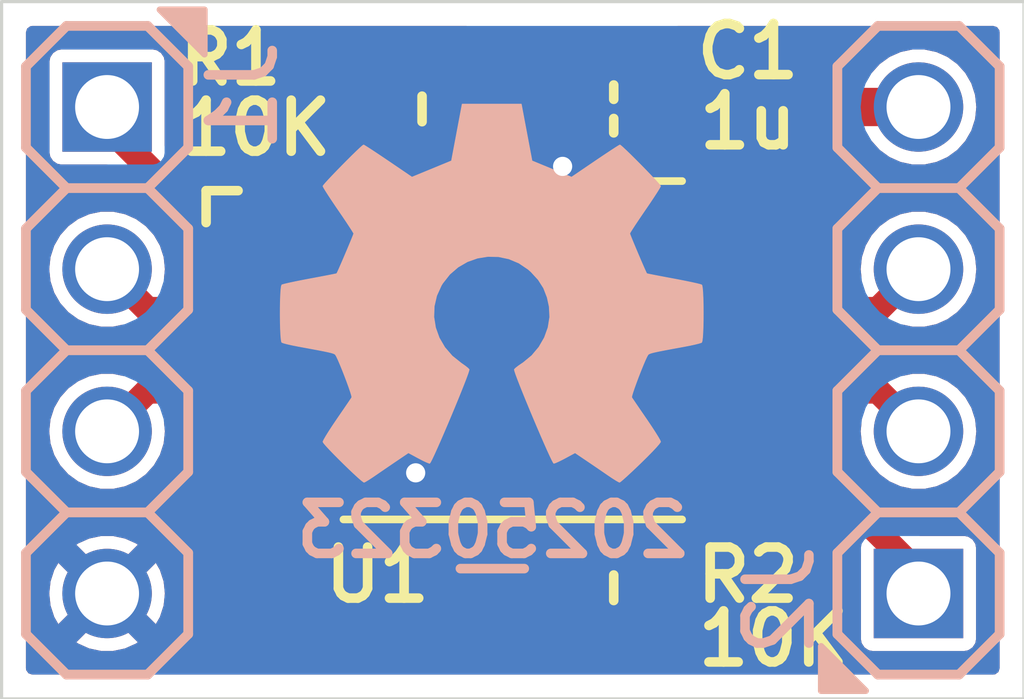
<source format=kicad_pcb>
(kicad_pcb (version 20240108) (generator "pcbnew") (generator_version "8.0")
  (layers (0 "F.Cu" mixed) (31 "B.Cu" mixed) (34 "B.Paste" user) (35 "F.Paste" user) (36 "B.SilkS" user "B.Silkscreen") (37 "F.SilkS" user "F.Silkscreen") (38 "B.Mask" user) (39 "F.Mask" user) (44 "Edge.Cuts" user))
  (net 0 "")
  (net 1 "VCC")
  (net 2 "GND")
  (net 3 "Net-(J1-Pin_1)")
  (net 4 "Net-(J1-Pin_2)")
  (net 5 "Net-(J1-Pin_3)")
  (net 6 "Net-(J2-Pin_3)")
  (net 7 "Net-(J2-Pin_1)")
  (net 8 "Net-(J2-Pin_2)")
  (footprint "SquantorCapacitor:C_0603" (layer "F.Cu") (at 136.2 52.1)
    (property "Reference" "C1" (at 2.1 -0.9 0) (layer "F.SilkS") (effects (font (size 0.8 0.8))))
    (property "Value" "1u" (at 2.1 0.2 0) (layer "F.SilkS") (effects (font (size 0.8 0.8))))
    (fp_line (start 0 -0.15) (end 0 -0.375) (stroke (width 0.15)) (layer "F.SilkS"))
    (fp_line (start 0 0.375) (end 0 0.15) (stroke (width 0.15)) (layer "F.SilkS"))
    (pad "1" smd roundrect (at -0.75 0) (size 0.8 0.9) (layers "F.Cu" "F.Paste" "F.Mask") (roundrect_rratio 0.125) (net 2 "GND"))
    (pad "2" smd roundrect (at 0.75 0) (size 0.8 0.9) (layers "F.Cu" "F.Paste" "F.Mask") (roundrect_rratio 0.125) (net 1 "VCC"))
  )
  (footprint "SquantorIC:SOIC-8_dual_wide" (layer "F.Cu") (at 134.62 55.88)
    (property "Reference" "U1" (at -2.12 3.52 0) (layer "F.SilkS") (effects (font (size 0.8 0.8))))
    (property "Value" "25X_8pin_QSPI_flash")
    (fp_line (start -4.8 -2.5) (end -4.8 -2) (stroke (width 0.15)) (layer "F.SilkS"))
    (fp_line (start -4.8 -2.5) (end -4.3 -2.5) (stroke (width 0.15)) (layer "F.SilkS"))
    (fp_line (start -2.65 -2.65) (end 2.65 -2.65) (stroke (width 0.12)) (layer "F.SilkS"))
    (fp_line (start 2.65 2.65) (end -2.65 2.65) (stroke (width 0.12)) (layer "F.SilkS"))
    (pad "1" smd roundrect (at -3.25 -1.905) (size 2.5 0.6) (layers "F.Cu" "F.Paste" "F.Mask") (roundrect_rratio 0.2) (net 3 "Net-(J1-Pin_1)"))
    (pad "2" smd roundrect (at -3.25 -0.635) (size 2.5 0.6) (layers "F.Cu" "F.Paste" "F.Mask") (roundrect_rratio 0.2) (net 4 "Net-(J1-Pin_2)"))
    (pad "3" smd roundrect (at -3.25 0.635) (size 2.5 0.6) (layers "F.Cu" "F.Paste" "F.Mask") (roundrect_rratio 0.2) (net 5 "Net-(J1-Pin_3)"))
    (pad "4" smd roundrect (at -3.25 1.905) (size 2.5 0.6) (layers "F.Cu" "F.Paste" "F.Mask") (roundrect_rratio 0.2) (net 2 "GND"))
    (pad "5" smd roundrect (at 3.25 1.905) (size 2.5 0.6) (layers "F.Cu" "F.Paste" "F.Mask") (roundrect_rratio 0.2) (net 7 "Net-(J2-Pin_1)"))
    (pad "6" smd roundrect (at 3.25 0.635) (size 2.5 0.6) (layers "F.Cu" "F.Paste" "F.Mask") (roundrect_rratio 0.2) (net 8 "Net-(J2-Pin_2)"))
    (pad "7" smd roundrect (at 3.25 -0.635) (size 2.5 0.6) (layers "F.Cu" "F.Paste" "F.Mask") (roundrect_rratio 0.2) (net 6 "Net-(J2-Pin_3)"))
    (pad "8" smd roundrect (at 3.25 -1.905) (size 2.5 0.6) (layers "F.Cu" "F.Paste" "F.Mask") (roundrect_rratio 0.2) (net 1 "VCC"))
  )
  (footprint "SquantorResistor:R_0603_hand" (layer "F.Cu") (at 133.2 52.1)
    (property "Reference" "R1" (at -3 -0.8 0) (layer "F.SilkS") (effects (font (size 0.8 0.8))))
    (property "Value" "10K" (at -2.6 0.3 0) (layer "F.SilkS") (effects (font (size 0.8 0.8))))
    (fp_line (start 0 -0.2) (end 0 0.2) (stroke (width 0.15)) (layer "F.SilkS"))
    (pad "1" smd roundrect (at -0.85 0) (size 0.7 0.9) (layers "F.Cu" "F.Paste" "F.Mask") (roundrect_rratio 0.1428571429) (net 3 "Net-(J1-Pin_1)"))
    (pad "2" smd roundrect (at 0.85 0) (size 0.7 0.9) (layers "F.Cu" "F.Paste" "F.Mask") (roundrect_rratio 0.1428571429) (net 1 "VCC"))
  )
  (footprint "SquantorResistor:R_0603_hand" (layer "F.Cu") (at 136.2 59.6)
    (property "Reference" "R2" (at 2.1 -0.2 0) (layer "F.SilkS") (effects (font (size 0.8 0.8))))
    (property "Value" "10K" (at 2.5 0.8 0) (layer "F.SilkS") (effects (font (size 0.8 0.8))))
    (fp_line (start 0 -0.2) (end 0 0.2) (stroke (width 0.15)) (layer "F.SilkS"))
    (pad "1" smd roundrect (at -0.85 0) (size 0.7 0.9) (layers "F.Cu" "F.Paste" "F.Mask") (roundrect_rratio 0.1428571429) (net 2 "GND"))
    (pad "2" smd roundrect (at 0.85 0) (size 0.7 0.9) (layers "F.Cu" "F.Paste" "F.Mask") (roundrect_rratio 0.1428571429) (net 8 "Net-(J2-Pin_2)"))
  )
  (footprint "SquantorLabels:Label_Generic" (layer "B.Cu") (at 134.3 58.7 180)
    (property "Reference" "N1" (hide yes))
    (property "Value" "20250323" (at 0 0 0) (layer "B.SilkS") (effects (font (size 0.8 0.8)) (justify mirror)))
    (fp_line (start 0.5 -0.6) (end -0.5 -0.6) (stroke (width 0.15)) (layer "B.SilkS"))
  )
  (footprint "Symbol:OSHW-Symbol_6.7x6mm_SilkScreen" (layer "B.Cu") (at 134.3 55 180)
    (property "Reference" "N2" (hide yes))
    (property "Value" "OHWLOGO" (hide yes))
    (fp_poly (pts (xy 0.555814 2.531069) (xy 0.639635 2.086445) (xy 0.94892 1.958947) (xy 1.258206 1.831449) (xy 1.629246 2.083754) (xy 1.733157 2.154004) (xy 1.827087 2.216728) (xy 1.906652 2.269062) (xy 1.96747 2.308143) (xy 2.005157 2.331107) (xy 2.015421 2.336058) (xy 2.03391 2.323324) (xy 2.07342 2.288118) (xy 2.129522 2.234938) (xy 2.197787 2.168282) (xy 2.273786 2.092646) (xy 2.353092 2.012528) (xy 2.431275 1.932426) (xy 2.503907 1.856836) (xy 2.566559 1.790255) (xy 2.614803 1.737182) (xy 2.64421 1.702113) (xy 2.651241 1.690377) (xy 2.641123 1.66874) (xy 2.612759 1.621338) (xy 2.569129 1.552807) (xy 2.513218 1.467785) (xy 2.448006 1.370907) (xy 2.410219 1.31565) (xy 2.341343 1.214752) (xy 2.28014 1.123701) (xy 2.229578 1.04703) (xy 2.192628 0.989272) (xy 2.172258 0.954957) (xy 2.169197 0.947746) (xy 2.176136 0.927252) (xy 2.195051 0.879487) (xy 2.223087 0.811168) (xy 2.257391 0.729011) (xy 2.295109 0.63973) (xy 2.333387 0.550042) (xy 2.36937 0.466662) (xy 2.400206 0.396306) (xy 2.423039 0.34569) (xy 2.435017 0.321529) (xy 2.435724 0.320578) (xy 2.454531 0.315964) (xy 2.504618 0.305672) (xy 2.580793 0.290713) (xy 2.677865 0.272099) (xy 2.790643 0.250841) (xy 2.856442 0.238582) (xy 2.97695 0.215638) (xy 3.085797 0.193805) (xy 3.177476 0.174278) (xy 3.246481 0.158252) (xy 3.287304 0.146921) (xy 3.295511 0.143326) (xy 3.303548 0.118994) (xy 3.310033 0.064041) (xy 3.31497 -0.015108) (xy 3.318364 -0.112026) (xy 3.320218 -0.220287) (xy 3.320538 -0.333465) (xy 3.319327 -0.445135) (xy 3.31659 -0.548868) (xy 3.312331 -0.638241) (xy 3.306555 -0.706826) (xy 3.299267 -0.748197) (xy 3.294895 -0.75681) (xy 3.268764 -0.767133) (xy 3.213393 -0.781892) (xy 3.136107 -0.799352) (xy 3.04423 -0.81778) (xy 3.012158 -0.823741) (xy 2.857524 -0.852066) (xy 2.735375 -0.874876) (xy 2.641673 -0.89308) (xy 2.572384 -0.907583) (xy 2.523471 -0.919292) (xy 2.490897 -0.929115) (xy 2.470628 -0.937956) (xy 2.458626 -0.946724) (xy 2.456947 -0.948457) (xy 2.440184 -0.976371) (xy 2.414614 -1.030695) (xy 2.382788 -1.104777) (xy 2.34726 -1.191965) (xy 2.310583 -1.285608) (xy 2.275311 -1.379052) (xy 2.243996 -1.465647) (xy 2.219193 -1.53874) (xy 2.203454 -1.591678) (xy 2.199332 -1.617811) (xy 2.199676 -1.618726) (xy 2.213641 -1.640086) (xy 2.245322 -1.687084) (xy 2.291391 -1.754827) (xy 2.348518 -1.838423) (xy 2.413373 -1.932982) (xy 2.431843 -1.959854) (xy 2.497699 -2.057275) (xy 2.55565 -2.146163) (xy 2.602538 -2.221412) (xy 2.635207 -2.27792) (xy 2.6505 -2.310581) (xy 2.651241 -2.314593) (xy 2.638392 -2.335684) (xy 2.602888 -2.377464) (xy 2.549293 -2.435445) (xy 2.482171 -2.505135) (xy 2.406087 -2.582045) (xy 2.325604 -2.661683) (xy 2.245287 -2.739561) (xy 2.169699 -2.811186) (xy 2.103405 -2.87207) (xy 2.050969 -2.917721) (xy 2.016955 -2.94365) (xy 2.007545 -2.947883) (xy 1.985643 -2.937912) (xy 1.9408 -2.91102) (xy 1.880321 -2.871736) (xy 1.833789 -2.840117) (xy 1.749475 -2.782098) (xy 1.649626 -2.713784) (xy 1.549473 -2.645579) (xy 1.495627 -2.609075) (xy 1.313371 -2.4858) (xy 1.160381 -2.56852) (xy 1.090682 -2.604759) (xy 1.031414 -2.632926) (xy 0.991311 -2.648991) (xy 0.981103 -2.651226) (xy 0.968829 -2.634722) (xy 0.944613 -2.588082) (xy 0.910263 -2.515609) (xy 0.867588 -2.421606) (xy 0.818394 -2.310374) (xy 0.76449 -2.186215) (xy 0.707684 -2.053432) (xy 0.649782 -1.916327) (xy 0.592593 -1.779202) (xy 0.537924 -1.646358) (xy 0.487584 -1.522098) (xy 0.44338 -1.410725) (xy 0.407119 -1.316539) (xy 0.380609 -1.243844) (xy 0.365658 -1.196941) (xy 0.363254 -1.180833) (xy 0.382311 -1.160286) (xy 0.424036 -1.126933) (xy 0.479706 -1.087702) (xy 0.484378 -1.084599) (xy 0.628264 -0.969423) (xy 0.744283 -0.835053) (xy 0.83143 -0.685784) (xy 0.888699 -0.525913) (xy 0.915086 -0.359737) (xy 0.909585 -0.191552) (xy 0.87119 -0.025655) (xy 0.798895 0.133658) (xy 0.777626 0.168513) (xy 0.666996 0.309263) (xy 0.536302 0.422286) (xy 0.390064 0.506997) (xy 0.232808 0.562806) (xy 0.069057 0.589126) (xy -0.096667 0.58537) (xy -0.259838 0.55095) (xy -0.415935 0.485277) (xy -0.560433 0.387765) (xy -0.605131 0.348187) (xy -0.718888 0.224297) (xy -0.801782 0.093876) (xy -0.858644 -0.052315) (xy -0.890313 -0.197088) (xy -0.898131 -0.35986) (xy -0.872062 -0.52344) (xy -0.814755 -0.682298) (xy -0.728856 -0.830906) (xy -0.617014 -0.963735) (xy -0.481877 -1.075256) (xy -0.464117 -1.087011) (xy -0.40785 -1.125508) (xy -0.365077 -1.158863) (xy -0.344628 -1.18016) (xy -0.344331 -1.180833) (xy -0.348721 -1.203871) (xy -0.366124 -1.256157) (xy -0.394732 -1.33339) (xy -0.432735 -1.431268) (xy -0.478326 -1.545491) (xy -0.529697 -1.671758) (xy -0.585038 -1.805767) (xy -0.642542 -1.943218) (xy -0.700399 -2.079808) (xy -0.756802 -2.211237) (xy -0.809942 -2.333205) (xy -0.85801 -2.441409) (xy -0.899199 -2.531549) (xy -0.931699 -2.599323) (xy -0.953703 -2.64043) (xy -0.962564 -2.651226) (xy -0.98964 -2.642819) (xy -1.040303 -2.620272) (xy -1.105817 -2.587613) (xy -1.141841 -2.56852) (xy -1.294832 -2.4858) (xy -1.477088 -2.609075) (xy -1.570125 -2.672228) (xy -1.671985 -2.741727) (xy -1.767438 -2.807165) (xy -1.81525 -2.840117) (xy -1.882495 -2.885273) (xy -1.939436 -2.921057) (xy -1.978646 -2.942938) (xy -1.991381 -2.947563) (xy -2.009917 -2.935085) (xy -2.050941 -2.900252) (xy -2.110475 -2.846678) (xy -2.184542 -2.777983) (xy -2.269165 -2.697781) (xy -2.322685 -2.646286) (xy -2.416319 -2.554286) (xy -2.497241 -2.471999) (xy -2.562177 -2.402945) (xy -2.607858 -2.350644) (xy -2.631011 -2.318616) (xy -2.633232 -2.312116) (xy -2.622924 -2.287394) (xy -2.594439 -2.237405) (xy -2.550937 -2.167212) (xy -2.495577 -2.081875) (xy -2.43152 -1.986456) (xy -2.413303 -1.959854) (xy -2.346927 -1.863167) (xy -2.287378 -1.776117) (xy -2.237984 -1.703595) (xy -2.202075 -1.650493) (xy -2.182981 -1.621703) (xy -2.181136 -1.618726) (xy -2.183895 -1.595782) (xy -2.198538 -1.545336) (xy -2.222513 -1.474041) (xy -2.253266 -1.388547) (xy -2.288244 -1.295507) (xy -2.324893 -1.201574) (xy -2.360661 -1.113399) (xy -2.392994 -1.037634) (xy -2.419338 -0.980931) (xy -2.437142 -0.949943) (xy -2.438407 -0.948457) (xy -2.449294 -0.939601) (xy -2.467682 -0.930843) (xy -2.497606 -0.921277) (xy -2.543103 -0.909996) (xy -2.608209 -0.896093) (xy -2.696961 -0.878663) (xy -2.813393 -0.856798) (xy -2.961542 -0.829591) (xy -2.993618 -0.823741) (xy -3.088686 -0.805374) (xy -3.171565 -0.787405) (xy -3.23493 -0.771569) (xy -3.271458 -0.7596) (xy -3.276356 -0.75681) (xy -3.284427 -0.732072) (xy -3.290987 -0.67679) (xy -3.296033 -0.597389) (xy -3.299559 -0.500296) (xy -3.301561 -0.391938) (xy -3.302036 -0.27874) (xy -3.300977 -0.167128) (xy -3.298382 -0.063529) (xy -3.294246 0.025632) (xy -3.288563 0.093928) (xy -3.281331 0.134934) (xy -3.276971 0.143326) (xy -3.252698 0.151792) (xy -3.197426 0.165565) (xy -3.116662 0.18345) (xy -3.015912 0.204252) (xy -2.900683 0.226777) (xy -2.837902 0.238582) (xy -2.718787 0.260849) (xy -2.612565 0.281021) (xy -2.524427 0.298085) (xy -2.459566 0.311031) (xy -2.423174 0.318845) (xy -2.417184 0.320578) (xy -2.407061 0.34011) (xy -2.385662 0.387157) (xy -2.355839 0.454997) (xy -2.320445 0.536909) (xy -2.282332 0.626172) (xy -2.244353 0.716065) (xy -2.20936 0.799865) (xy -2.180206 0.870853) (xy -2.159743 0.922306) (xy -2.150823 0.947503) (xy -2.150657 0.948604) (xy -2.160769 0.968481) (xy -2.189117 1.014223) (xy -2.232723 1.081283) (xy -2.288606 1.165116) (xy -2.353787 1.261174) (xy -2.391679 1.31635) (xy -2.460725 1.417519) (xy -2.52205 1.50937) (xy -2.572663 1.587256) (xy -2.609571 1.646531) (xy -2.629782 1.682549) (xy -2.632701 1.690623) (xy -2.620153 1.709416) (xy -2.585463 1.749543) (xy -2.533063 1.806507) (xy -2.467384 1.875815) (xy -2.392856 1.952969) (xy -2.313913 2.033475) (xy -2.234983 2.112837) (xy -2.1605 2.18656) (xy -2.094894 2.250148) (xy -2.042596 2.299106) (xy -2.008039 2.328939) (xy -1.996478 2.336058) (xy -1.977654 2.326047) (xy -1.932631 2.297922) (xy -1.865787 2.254546) (xy -1.781499 2.198782) (xy -1.684144 2.133494) (xy -1.610707 2.083754) (xy -1.239667 1.831449) (xy -0.621095 2.086445) (xy -0.537275 2.531069) (xy -0.453454 2.975693) (xy 0.471994 2.975693) (xy 0.555814 2.531069)) (stroke (width 0.01)) (fill solid) (layer "B.SilkS"))
  )
  (footprint "SquantorConnectors:Header-0254-1X04-H010" (layer "B.Cu") (at 128.27 55.88 -90)
    (property "Reference" "J1" (at -3.98 -2.13 90) (layer "B.SilkS") (effects (justify mirror)))
    (property "Value" "Conn_01x04")
    (fp_line (start -3.175 1.27) (end -4.445 1.27) (stroke (width 0.1524)) (layer "B.SilkS"))
    (fp_line (start -1.905 1.27) (end -2.54 0.635) (stroke (width 0.1524)) (layer "B.SilkS"))
    (fp_line (start -0.635 1.27) (end -1.905 1.27) (stroke (width 0.1524)) (layer "B.SilkS"))
    (fp_line (start 0.635 1.27) (end 0 0.635) (stroke (width 0.1524)) (layer "B.SilkS"))
    (fp_line (start 1.905 1.27) (end 0.635 1.27) (stroke (width 0.1524)) (layer "B.SilkS"))
    (fp_line (start 4.445 1.27) (end 3.175 1.27) (stroke (width 0.1524)) (layer "B.SilkS"))
    (fp_line (start -5.08 0.635) (end -4.445 1.27) (stroke (width 0.1524)) (layer "B.SilkS"))
    (fp_line (start -2.54 0.635) (end -3.175 1.27) (stroke (width 0.1524)) (layer "B.SilkS"))
    (fp_line (start 0 0.635) (end -0.635 1.27) (stroke (width 0.1524)) (layer "B.SilkS"))
    (fp_line (start 2.54 0.635) (end 1.905 1.27) (stroke (width 0.1524)) (layer "B.SilkS"))
    (fp_line (start 2.54 0.635) (end 3.175 1.27) (stroke (width 0.1524)) (layer "B.SilkS"))
    (fp_line (start 5.08 0.635) (end 4.445 1.27) (stroke (width 0.1524)) (layer "B.SilkS"))
    (fp_line (start -5.08 -0.635) (end -5.08 0.635) (stroke (width 0.1524)) (layer "B.SilkS"))
    (fp_line (start -2.54 -0.635) (end -2.54 0.635) (stroke (width 0.1524)) (layer "B.SilkS"))
    (fp_line (start -2.54 -0.635) (end -1.905 -1.27) (stroke (width 0.1524)) (layer "B.SilkS"))
    (fp_line (start 0 -0.635) (end 0 0.635) (stroke (width 0.1524)) (layer "B.SilkS"))
    (fp_line (start 0 -0.635) (end 0.635 -1.27) (stroke (width 0.1524)) (layer "B.SilkS"))
    (fp_line (start 2.54 -0.635) (end 2.54 0.635) (stroke (width 0.1524)) (layer "B.SilkS"))
    (fp_line (start 5.08 -0.635) (end 5.08 0.635) (stroke (width 0.1524)) (layer "B.SilkS"))
    (fp_line (start -4.445 -1.27) (end -5.08 -0.635) (stroke (width 0.1524)) (layer "B.SilkS"))
    (fp_line (start -4.445 -1.27) (end -3.175 -1.27) (stroke (width 0.1524)) (layer "B.SilkS"))
    (fp_line (start -3.175 -1.27) (end -2.54 -0.635) (stroke (width 0.1524)) (layer "B.SilkS"))
    (fp_line (start -1.905 -1.27) (end -0.635 -1.27) (stroke (width 0.1524)) (layer "B.SilkS"))
    (fp_line (start -0.635 -1.27) (end 0 -0.635) (stroke (width 0.1524)) (layer "B.SilkS"))
    (fp_line (start 0.635 -1.27) (end 1.905 -1.27) (stroke (width 0.1524)) (layer "B.SilkS"))
    (fp_line (start 1.905 -1.27) (end 2.54 -0.635) (stroke (width 0.1524)) (layer "B.SilkS"))
    (fp_line (start 3.175 -1.27) (end 2.54 -0.635) (stroke (width 0.1524)) (layer "B.SilkS"))
    (fp_line (start 3.175 -1.27) (end 4.445 -1.27) (stroke (width 0.1524)) (layer "B.SilkS"))
    (fp_line (start 4.445 -1.27) (end 5.08 -0.635) (stroke (width 0.1524)) (layer "B.SilkS"))
    (fp_poly (pts (xy -5.334 -0.8255) (xy -5.334 -1.524) (xy -4.6355 -1.524)) (stroke (width 0.1)) (fill solid) (layer "B.SilkS"))
    (pad "1" thru_hole rect (at -3.81 0 90) (size 1.4 1.4) (drill 1) (layers "*.Cu" "*.Mask" "In1.Cu" "In2.Cu" "In3.Cu" "In4.Cu" "In5.Cu" "In6.Cu" "In7.Cu" "In8.Cu" "In9.Cu" "In10.Cu" "In11.Cu" "In12.Cu" "In13.Cu" "In14.Cu" "In15.Cu" "In16.Cu" "In17.Cu" "In18.Cu" "In19.Cu" "In20.Cu" "In21.Cu" "In22.Cu" "In23.Cu" "In24.Cu" "In25.Cu" "In26.Cu" "In27.Cu" "In28.Cu" "In29.Cu" "In30.Cu") (net 3 "Net-(J1-Pin_1)"))
    (pad "2" thru_hole circle (at -1.27 0 90) (size 1.4 1.4) (drill 1) (layers "*.Cu" "*.Mask" "In1.Cu" "In2.Cu" "In3.Cu" "In4.Cu" "In5.Cu" "In6.Cu" "In7.Cu" "In8.Cu" "In9.Cu" "In10.Cu" "In11.Cu" "In12.Cu" "In13.Cu" "In14.Cu" "In15.Cu" "In16.Cu" "In17.Cu" "In18.Cu" "In19.Cu" "In20.Cu" "In21.Cu" "In22.Cu" "In23.Cu" "In24.Cu" "In25.Cu" "In26.Cu" "In27.Cu" "In28.Cu" "In29.Cu" "In30.Cu") (net 4 "Net-(J1-Pin_2)"))
    (pad "3" thru_hole circle (at 1.27 0 90) (size 1.4 1.4) (drill 1) (layers "*.Cu" "*.Mask" "In1.Cu" "In2.Cu" "In3.Cu" "In4.Cu" "In5.Cu" "In6.Cu" "In7.Cu" "In8.Cu" "In9.Cu" "In10.Cu" "In11.Cu" "In12.Cu" "In13.Cu" "In14.Cu" "In15.Cu" "In16.Cu" "In17.Cu" "In18.Cu" "In19.Cu" "In20.Cu" "In21.Cu" "In22.Cu" "In23.Cu" "In24.Cu" "In25.Cu" "In26.Cu" "In27.Cu" "In28.Cu" "In29.Cu" "In30.Cu") (net 5 "Net-(J1-Pin_3)"))
    (pad "4" thru_hole circle (at 3.81 0 90) (size 1.4 1.4) (drill 1) (layers "*.Cu" "*.Mask" "In1.Cu" "In2.Cu" "In3.Cu" "In4.Cu" "In5.Cu" "In6.Cu" "In7.Cu" "In8.Cu" "In9.Cu" "In10.Cu" "In11.Cu" "In12.Cu" "In13.Cu" "In14.Cu" "In15.Cu" "In16.Cu" "In17.Cu" "In18.Cu" "In19.Cu" "In20.Cu" "In21.Cu" "In22.Cu" "In23.Cu" "In24.Cu" "In25.Cu" "In26.Cu" "In27.Cu" "In28.Cu" "In29.Cu" "In30.Cu") (net 2 "GND"))
  )
  (footprint "SquantorConnectors:Header-0254-1X04-H010" (layer "B.Cu") (at 140.97 55.88 90)
    (property "Reference" "J2" (at -3.92 -2.17 90) (layer "B.SilkS") (effects (justify mirror)))
    (property "Value" "Conn_01x04")
    (fp_line (start 4.445 -1.27) (end 5.08 -0.635) (stroke (width 0.1524)) (layer "B.SilkS"))
    (fp_line (start 3.175 -1.27) (end 4.445 -1.27) (stroke (width 0.1524)) (layer "B.SilkS"))
    (fp_line (start 3.175 -1.27) (end 2.54 -0.635) (stroke (width 0.1524)) (layer "B.SilkS"))
    (fp_line (start 1.905 -1.27) (end 2.54 -0.635) (stroke (width 0.1524)) (layer "B.SilkS"))
    (fp_line (start 0.635 -1.27) (end 1.905 -1.27) (stroke (width 0.1524)) (layer "B.SilkS"))
    (fp_line (start -0.635 -1.27) (end 0 -0.635) (stroke (width 0.1524)) (layer "B.SilkS"))
    (fp_line (start -1.905 -1.27) (end -0.635 -1.27) (stroke (width 0.1524)) (layer "B.SilkS"))
    (fp_line (start -3.175 -1.27) (end -2.54 -0.635) (stroke (width 0.1524)) (layer "B.SilkS"))
    (fp_line (start -4.445 -1.27) (end -3.175 -1.27) (stroke (width 0.1524)) (layer "B.SilkS"))
    (fp_line (start -4.445 -1.27) (end -5.08 -0.635) (stroke (width 0.1524)) (layer "B.SilkS"))
    (fp_line (start 5.08 -0.635) (end 5.08 0.635) (stroke (width 0.1524)) (layer "B.SilkS"))
    (fp_line (start 2.54 -0.635) (end 2.54 0.635) (stroke (width 0.1524)) (layer "B.SilkS"))
    (fp_line (start 0 -0.635) (end 0.635 -1.27) (stroke (width 0.1524)) (layer "B.SilkS"))
    (fp_line (start 0 -0.635) (end 0 0.635) (stroke (width 0.1524)) (layer "B.SilkS"))
    (fp_line (start -2.54 -0.635) (end -1.905 -1.27) (stroke (width 0.1524)) (layer "B.SilkS"))
    (fp_line (start -2.54 -0.635) (end -2.54 0.635) (stroke (width 0.1524)) (layer "B.SilkS"))
    (fp_line (start -5.08 -0.635) (end -5.08 0.635) (stroke (width 0.1524)) (layer "B.SilkS"))
    (fp_line (start 5.08 0.635) (end 4.445 1.27) (stroke (width 0.1524)) (layer "B.SilkS"))
    (fp_line (start 2.54 0.635) (end 3.175 1.27) (stroke (width 0.1524)) (layer "B.SilkS"))
    (fp_line (start 2.54 0.635) (end 1.905 1.27) (stroke (width 0.1524)) (layer "B.SilkS"))
    (fp_line (start 0 0.635) (end -0.635 1.27) (stroke (width 0.1524)) (layer "B.SilkS"))
    (fp_line (start -2.54 0.635) (end -3.175 1.27) (stroke (width 0.1524)) (layer "B.SilkS"))
    (fp_line (start -5.08 0.635) (end -4.445 1.27) (stroke (width 0.1524)) (layer "B.SilkS"))
    (fp_line (start 4.445 1.27) (end 3.175 1.27) (stroke (width 0.1524)) (layer "B.SilkS"))
    (fp_line (start 1.905 1.27) (end 0.635 1.27) (stroke (width 0.1524)) (layer "B.SilkS"))
    (fp_line (start 0.635 1.27) (end 0 0.635) (stroke (width 0.1524)) (layer "B.SilkS"))
    (fp_line (start -0.635 1.27) (end -1.905 1.27) (stroke (width 0.1524)) (layer "B.SilkS"))
    (fp_line (start -1.905 1.27) (end -2.54 0.635) (stroke (width 0.1524)) (layer "B.SilkS"))
    (fp_line (start -3.175 1.27) (end -4.445 1.27) (stroke (width 0.1524)) (layer "B.SilkS"))
    (fp_poly (pts (xy -5.334 -0.8255) (xy -5.334 -1.524) (xy -4.6355 -1.524)) (stroke (width 0.1)) (fill solid) (layer "B.SilkS"))
    (pad "1" thru_hole rect (at -3.81 0 270) (size 1.4 1.4) (drill 1) (layers "*.Cu" "*.Mask" "In1.Cu" "In2.Cu" "In3.Cu" "In4.Cu" "In5.Cu" "In6.Cu" "In7.Cu" "In8.Cu" "In9.Cu" "In10.Cu" "In11.Cu" "In12.Cu" "In13.Cu" "In14.Cu" "In15.Cu" "In16.Cu" "In17.Cu" "In18.Cu" "In19.Cu" "In20.Cu" "In21.Cu" "In22.Cu" "In23.Cu" "In24.Cu" "In25.Cu" "In26.Cu" "In27.Cu" "In28.Cu" "In29.Cu" "In30.Cu") (net 7 "Net-(J2-Pin_1)"))
    (pad "2" thru_hole circle (at -1.27 0 270) (size 1.4 1.4) (drill 1) (layers "*.Cu" "*.Mask" "In1.Cu" "In2.Cu" "In3.Cu" "In4.Cu" "In5.Cu" "In6.Cu" "In7.Cu" "In8.Cu" "In9.Cu" "In10.Cu" "In11.Cu" "In12.Cu" "In13.Cu" "In14.Cu" "In15.Cu" "In16.Cu" "In17.Cu" "In18.Cu" "In19.Cu" "In20.Cu" "In21.Cu" "In22.Cu" "In23.Cu" "In24.Cu" "In25.Cu" "In26.Cu" "In27.Cu" "In28.Cu" "In29.Cu" "In30.Cu") (net 8 "Net-(J2-Pin_2)"))
    (pad "3" thru_hole circle (at 1.27 0 270) (size 1.4 1.4) (drill 1) (layers "*.Cu" "*.Mask" "In1.Cu" "In2.Cu" "In3.Cu" "In4.Cu" "In5.Cu" "In6.Cu" "In7.Cu" "In8.Cu" "In9.Cu" "In10.Cu" "In11.Cu" "In12.Cu" "In13.Cu" "In14.Cu" "In15.Cu" "In16.Cu" "In17.Cu" "In18.Cu" "In19.Cu" "In20.Cu" "In21.Cu" "In22.Cu" "In23.Cu" "In24.Cu" "In25.Cu" "In26.Cu" "In27.Cu" "In28.Cu" "In29.Cu" "In30.Cu") (net 6 "Net-(J2-Pin_3)"))
    (pad "4" thru_hole circle (at 3.81 0 270) (size 1.4 1.4) (drill 1) (layers "*.Cu" "*.Mask" "In1.Cu" "In2.Cu" "In3.Cu" "In4.Cu" "In5.Cu" "In6.Cu" "In7.Cu" "In8.Cu" "In9.Cu" "In10.Cu" "In11.Cu" "In12.Cu" "In13.Cu" "In14.Cu" "In15.Cu" "In16.Cu" "In17.Cu" "In18.Cu" "In19.Cu" "In20.Cu" "In21.Cu" "In22.Cu" "In23.Cu" "In24.Cu" "In25.Cu" "In26.Cu" "In27.Cu" "In28.Cu" "In29.Cu" "In30.Cu") (net 1 "VCC"))
  )
  (gr_line (start 142.621 61.341) (end 126.619 61.341) (stroke (width 0.05)) (layer "Edge.Cuts"))
  (gr_line (start 126.619 50.419) (end 142.621 50.419) (stroke (width 0.05)) (layer "Edge.Cuts"))
  (gr_line (start 142.621 50.419) (end 142.621 61.341) (stroke (width 0.05)) (layer "Edge.Cuts"))
  (gr_line (start 126.619 61.341) (end 126.619 50.419) (stroke (width 0.05)) (layer "Edge.Cuts"))
  (segment (start 134.05 51.45) (end 134.05 52.1) (width 0.4) (layer "F.Cu") (net 1))
  (segment (start 136.98 52.07) (end 136.95 52.1) (width 0.6) (layer "F.Cu") (net 1))
  (segment (start 136.95 52.1) (end 136.95 52.75) (width 0.4) (layer "F.Cu") (net 1))
  (segment (start 136.95 52.75) (end 137.2 53) (width 0.4) (layer "F.Cu") (net 1))
  (segment (start 140.97 52.07) (end 136.98 52.07) (width 0.6) (layer "F.Cu") (net 1))
  (segment (start 134.3 51.2) (end 134.05 51.45) (width 0.4) (layer "F.Cu") (net 1))
  (segment (start 136.8 51.2) (end 134.3 51.2) (width 0.4) (layer "F.Cu") (net 1))
  (segment (start 137.6 53) (end 137.87 53.27) (width 0.4) (layer "F.Cu") (net 1))
  (segment (start 137.2 53) (end 137.6 53) (width 0.4) (layer "F.Cu") (net 1))
  (segment (start 136.95 51.35) (end 136.8 51.2) (width 0.4) (layer "F.Cu") (net 1))
  (segment (start 136.95 52.1) (end 136.95 51.35) (width 0.4) (layer "F.Cu") (net 1))
  (segment (start 137.87 53.27) (end 137.87 53.975) (width 0.4) (layer "F.Cu") (net 1))
  (via (at 133.1 57.8) (size 0.7) (drill 0.3) (layers "F.Cu" "B.Cu") (net 2))
  (via (at 135.4 53) (size 0.7) (drill 0.3) (layers "F.Cu" "B.Cu") (net 2))
  (segment (start 128.27 52.07) (end 128.27 52.37) (width 0.4) (layer "F.Cu") (net 3))
  (segment (start 132.35 53.95) (end 132.35 52.1) (width 0.4) (layer "F.Cu") (net 3))
  (segment (start 131.37 53.975) (end 132.325 53.975) (width 0.4) (layer "F.Cu") (net 3))
  (segment (start 132.325 53.975) (end 132.4 53.9) (width 0.4) (layer "F.Cu") (net 3))
  (segment (start 129.875 53.975) (end 131.37 53.975) (width 0.4) (layer "F.Cu") (net 3))
  (segment (start 132.325 53.975) (end 132.35 53.95) (width 0.4) (layer "F.Cu") (net 3))
  (segment (start 128.27 52.37) (end 129.875 53.975) (width 0.4) (layer "F.Cu") (net 3))
  (segment (start 128.905 55.245) (end 128.27 54.61) (width 0.4) (layer "F.Cu") (net 4))
  (segment (start 131.37 55.245) (end 128.905 55.245) (width 0.4) (layer "F.Cu") (net 4))
  (segment (start 131.37 56.515) (end 128.905 56.515) (width 0.4) (layer "F.Cu") (net 5))
  (segment (start 128.905 56.515) (end 128.27 57.15) (width 0.4) (layer "F.Cu") (net 5))
  (segment (start 140.335 55.245) (end 140.97 54.61) (width 0.4) (layer "F.Cu") (net 6))
  (segment (start 137.87 55.245) (end 140.335 55.245) (width 0.4) (layer "F.Cu") (net 6))
  (segment (start 139.385 57.785) (end 137.87 57.785) (width 0.4) (layer "F.Cu") (net 7))
  (segment (start 140.97 59.69) (end 140.97 59.37) (width 0.4) (layer "F.Cu") (net 7))
  (segment (start 140.97 59.37) (end 139.385 57.785) (width 0.4) (layer "F.Cu") (net 7))
  (segment (start 136.5 58.6) (end 136.9 58.6) (width 0.4) (layer "F.Cu") (net 8))
  (segment (start 137.05 58.75) (end 137.05 59.6) (width 0.4) (layer "F.Cu") (net 8))
  (segment (start 140.335 56.515) (end 140.97 57.15) (width 0.4) (layer "F.Cu") (net 8))
  (segment (start 136.2 56.7) (end 136.2 58.3) (width 0.4) (layer "F.Cu") (net 8))
  (segment (start 136.2 58.3) (end 136.5 58.6) (width 0.4) (layer "F.Cu") (net 8))
  (segment (start 137.87 56.515) (end 136.385 56.515) (width 0.4) (layer "F.Cu") (net 8))
  (segment (start 136.385 56.515) (end 136.2 56.7) (width 0.4) (layer "F.Cu") (net 8))
  (segment (start 137.87 56.515) (end 140.335 56.515) (width 0.4) (layer "F.Cu") (net 8))
  (segment (start 136.9 58.6) (end 137.05 58.75) (width 0.4) (layer "F.Cu") (net 8))
  (zone (net 2) (net_name "GND") (layers "F.Cu" "B.Cu") (connect_pads (clearance 0.2)) (min_thickness 0.2) (fill yes (thermal_gap 0.2) (thermal_bridge_width 0.4))
    (polygon (pts (xy 127 50.8) (xy 142.24 50.8) (xy 142.24 60.96) (xy 127 60.96)))
  )
)
</source>
